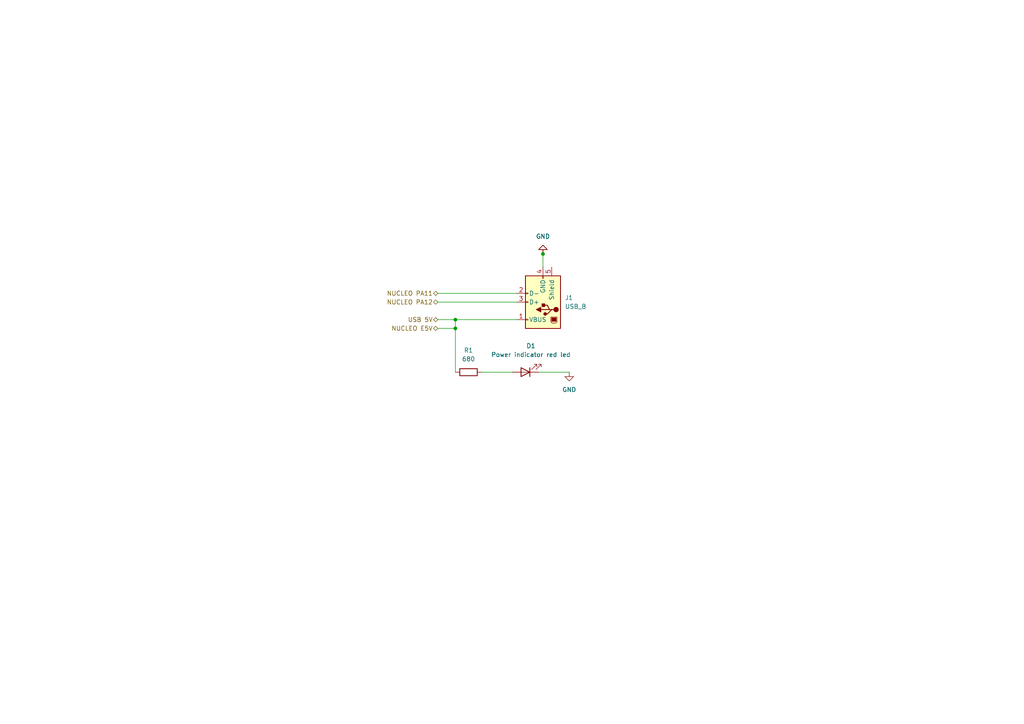
<source format=kicad_sch>
(kicad_sch (version 20211123) (generator eeschema)
  (paper "A4")
  (lib_symbols
    (symbol "Connector:USB_B" (pin_names (offset 1.016))
      (property "Reference" "J" (at -5.08 11.43 0))
      (property "Value" "USB_B" (at -5.08 8.89 0))
      (symbol "USB_B_0_1"
        (rectangle (start -5.08 -7.62) (end 5.08 7.62) (stroke (width 0.254)) (fill (type background)))
        (circle (center -3.81 2.159) (radius 0.635) (stroke (width 0.254)) (fill (type outline)))
        (rectangle (start -3.81 5.588) (end -2.54 4.572) (fill (type outline)))
        (circle (center -0.635 3.429) (radius 0.381) (stroke (width 0.254)) (fill (type outline)))
        (rectangle (start -0.127 -7.62) (end 0.127 -6.858))
        (polyline (pts (xy -1.905 2.159) (xy 0.635 2.159)) (stroke (width 0.254)))
        (polyline (pts (xy -3.175 2.159) (xy -2.54 2.159) (xy -1.27 3.429) (xy -0.635 3.429)) (stroke (width 0.254)))
        (polyline (pts (xy -2.54 2.159) (xy -1.905 2.159) (xy -1.27 0.889) (xy 0 0.889)) (stroke (width 0.254)))
        (polyline (pts (xy 0.635 2.794) (xy 0.635 1.524) (xy 1.905 2.159) (xy 0.635 2.794)) (stroke (width 0.254)) (fill (type outline)))
        (polyline (pts (xy -4.064 4.318) (xy -2.286 4.318) (xy -2.286 5.715) (xy -2.667 6.096) (xy -3.683 6.096) (xy -4.064 5.715) (xy -4.064 4.318)))
        (rectangle (start 0.254 1.27) (end -0.508 0.508) (stroke (width 0.254)) (fill (type outline)))
        (rectangle (start 5.08 -2.667) (end 4.318 -2.413))
        (rectangle (start 5.08 -0.127) (end 4.318 0.127))
        (rectangle (start 5.08 4.953) (end 4.318 5.207))
      )
      (symbol "USB_B_1_1"
        (pin power_out line (at 7.62 5.08 180) (length 2.54) (name "VBUS") (number "1"))
        (pin bidirectional line (at 7.62 -2.54 180) (length 2.54) (name "D-") (number "2"))
        (pin bidirectional line (at 7.62 0 180) (length 2.54) (name "D+") (number "3"))
        (pin power_out line (at 0 -10.16 90) (length 2.54) (name "GND") (number "4"))
        (pin passive line (at -2.54 -10.16 90) (length 2.54) (name "Shield") (number "5"))
      )
    )
    (symbol "Device:LED" (pin_numbers hide) (pin_names (offset 1.016) hide)
      (property "Reference" "D" (at 0 2.54 0))
      (property "Value" "LED" (at 0 -2.54 0))
      (symbol "LED_0_1"
        (polyline (pts (xy -1.27 -1.27) (xy -1.27 1.27)) (stroke (width 0.254)))
        (polyline (pts (xy -1.27 0) (xy 1.27 0)))
        (polyline (pts (xy 1.27 -1.27) (xy 1.27 1.27) (xy -1.27 0) (xy 1.27 -1.27)) (stroke (width 0.254)))
        (polyline (pts (xy -3.048 -0.762) (xy -4.572 -2.286) (xy -3.81 -2.286) (xy -4.572 -2.286) (xy -4.572 -1.524)))
        (polyline (pts (xy -1.778 -0.762) (xy -3.302 -2.286) (xy -2.54 -2.286) (xy -3.302 -2.286) (xy -3.302 -1.524)))
      )
      (symbol "LED_1_1"
        (pin passive line (at -3.81 0 0) (length 2.54) (name "K") (number "1"))
        (pin passive line (at 3.81 0 180) (length 2.54) (name "A") (number "2"))
      )
    )
    (symbol "Device:R" (pin_numbers hide) (pin_names (offset 0))
      (property "Reference" "R" (at 2.032 0 90))
      (property "Value" "R" (at 0 0 90))
      (symbol "R_0_1"
        (rectangle (start -1.016 -2.54) (end 1.016 2.54) (stroke (width 0.254)))
      )
      (symbol "R_1_1"
        (pin passive line (at 0 3.81 270) (length 1.27) (name "~") (number "1"))
        (pin passive line (at 0 -3.81 90) (length 1.27) (name "~") (number "2"))
      )
    )
    (symbol "power:GND" (power) (pin_names (offset 0))
      (property "Value" "GND" (at 0 -3.81 0))
      (symbol "GND_0_1"
        (polyline (pts (xy 0 0) (xy 0 -1.27) (xy 1.27 -1.27) (xy 0 -2.54) (xy -1.27 -1.27) (xy 0 -1.27)))
      )
      (symbol "GND_1_1"
        (pin power_in line (at 0 0 270) (length 0) hide (name "GND") (number "1"))
      )
    )
  )
  (junction (at 132.08 95.25))
  (junction (at 132.08 92.71))
  (junction (at 157.48 73.66))
  (wire (pts (xy 127 95.25) (xy 132.08 95.25)))
  (wire (pts (xy 127 85.09) (xy 149.86 85.09)))
  (wire (pts (xy 132.08 95.25) (xy 132.08 107.95)))
  (wire (pts (xy 157.48 73.66) (xy 157.48 77.47)))
  (wire (pts (xy 127 92.71) (xy 132.08 92.71)))
  (wire (pts (xy 139.7 107.95) (xy 148.59 107.95)))
  (wire (pts (xy 132.08 92.71) (xy 132.08 95.25)))
  (wire (pts (xy 132.08 92.71) (xy 149.86 92.71)))
  (wire (pts (xy 127 87.63) (xy 149.86 87.63)))
  (wire (pts (xy 156.21 107.95) (xy 165.1 107.95)))
  (hierarchical_label "NUCLEO PA12" (shape bidirectional) (at 127 87.63 180))
  (hierarchical_label "USB 5V" (shape bidirectional) (at 127 92.71 180))
  (hierarchical_label "NUCLEO PA11" (shape bidirectional) (at 127 85.09 180))
  (hierarchical_label "NUCLEO E5V" (shape bidirectional) (at 127 95.25 180))
  (symbol (lib_id "Device:R") (at 135.89 107.95 90) (unit 1)
    (property "Reference" "R1" (at 135.89 101.6 90))
    (property "Value" "680" (at 135.89 104.14 90))
  )
  (symbol (lib_id "Device:LED") (at 152.4 107.95 180) (unit 1)
    (property "Reference" "D1" (at 153.9875 100.33 0))
    (property "Value" "Power indicator red led" (at 153.9875 102.87 0))
  )
  (symbol (lib_id "power:GND") (at 157.48 73.66 180) (unit 1)
    (property "Reference" "#PWR?" (effects hide))
    (property "Value" "GND" (at 157.48 68.58 0))
  )
  (symbol (lib_id "Connector:USB_B") (at 157.48 87.63 180) (unit 1)
    (property "Reference" "J1" (at 163.83 86.3599 0) (effects (justify right)))
    (property "Value" "USB_B" (at 163.83 88.8999 0) (effects (justify right)))
    (property "Datasheet" " ~" (effects hide))
  )
  (symbol (lib_id "power:GND") (at 157.48 73.66 180) (unit 1)
    (property "Reference" "#PWR?" (effects hide))
    (property "Value" "GND" (at 157.48 68.58 0))
  )
  (symbol (lib_id "power:GND") (at 165.1 107.95 0) (unit 1)
    (property "Reference" "#PWR?" (effects hide))
    (property "Value" "GND" (at 165.1 113.03 0))
  )
)
</source>
